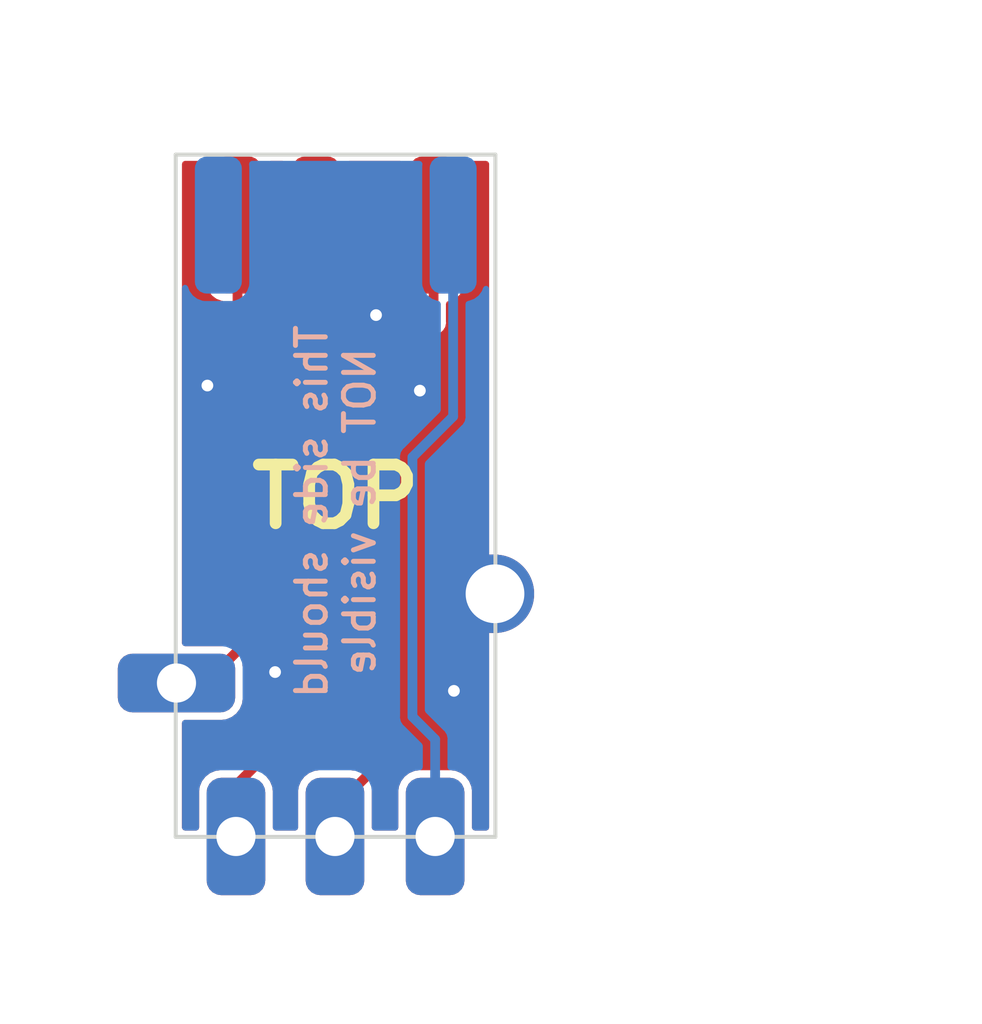
<source format=kicad_pcb>
(kicad_pcb (version 20211014) (generator pcbnew)
  (title_block (rev "1"))
  (layers (0 "F.Cu" signal "Front") (31 "B.Cu" signal "Back") (34 "B.Paste" user) (35 "F.Paste" user) (36 "B.SilkS" user "B.Silkscreen") (37 "F.SilkS" user "F.Silkscreen") (38 "B.Mask" user) (39 "F.Mask" user) (44 "Edge.Cuts" user))
  (net 0 "")
  (net 1 "/Audio_R")
  (net 2 "/Audio_L")
  (net 3 "/Red")
  (net 4 "/Green")
  (net 5 "/GND")
  (footprint "9DIN2VGA:9DIN_Top_Pads" (layer "F.Cu") (at 148.21 96.61)
    (fp_text reference "DIN1" hide)
    (fp_text value "9DIN_Top")
    (pad "3" smd roundrect locked (at 3.02 -6.92) (size 1.2 3.5) (layers "B.Cu" "B.Paste" "B.Mask") (net 4 "/Green"))
    (pad "6" smd roundrect locked (at -2.98 -6.92) (size 1.2 3.5) (layers "B.Cu" "B.Paste" "B.Mask"))
    (pad "7" smd roundrect locked (at 2.52 -6.92) (size 1.2 3.5) (layers "F.Cu" "F.Paste" "F.Mask") (net 3 "/Red"))
    (pad "8" smd roundrect locked (at -0.48 -6.92) (size 1.2 3.5) (layers "F.Cu" "F.Paste" "F.Mask") (net 2 "/Audio_L"))
    (pad "9" smd roundrect locked (at -2.49 -6.92) (size 1.2 3.5) (layers "F.Cu" "F.Paste" "F.Mask") (net 1 "/Audio_R"))
    (pad "10" thru_hole circle locked (at 1.05 -4.62) (size 0.7 0.7) (drill 0.3) (layers *.Cu) (net 5 "/GND"))
  )
  (footprint "9DIN2VGA:9DIN_Top_Landing_Pads" (layer "F.Cu") (at 148.21 96.61)
    (fp_text reference "LD1" hide)
    (fp_text value "9DIN_Top_Landing")
    (pad "3" thru_hole roundrect (at 2.56 8.7) (size 1.5 3) (drill 1) (layers *.Cu *.Mask) (net 4 "/Green"))
    (pad "7" thru_hole roundrect (at 0 8.7) (size 1.5 3) (drill 1) (layers *.Cu *.Mask) (net 3 "/Red"))
    (pad "8" thru_hole roundrect (at -2.53 8.7) (size 1.5 3) (drill 1) (layers *.Cu *.Mask) (net 2 "/Audio_L"))
    (pad "9" thru_hole roundrect (at -4.05 4.78 90) (size 1.5 3) (drill 1) (layers *.Cu *.Mask) (net 1 "/Audio_R"))
    (pad "10" thru_hole roundrect (at 4.12 2.5) (size 2 2) (drill 0.3 (offset -0.5 0)) (layers *.Cu *.Mask) (net 5 "/GND"))
    (pad "10" thru_hole circle (at 4.09 2.5) (size 2 2) (drill 1.5) (layers *.Cu *.Mask) (net 5 "/GND"))
  )
  (gr_line (start 152.31 87.89) (end 144.14 87.89) (layer "Edge.Cuts") (width 0.1))
  (gr_line (start 144.14 105.32) (end 152.31 105.32) (layer "Edge.Cuts") (width 0.1))
  (gr_line (start 152.31 105.32) (end 152.31 87.89) (layer "Edge.Cuts") (width 0.1))
  (gr_line (start 144.14 87.89) (end 144.14 105.32) (layer "Edge.Cuts") (width 0.1))
  (gr_text "This side should\nNOT be visible" (at 148.23 97.01 90) (layer "B.SilkS") (effects (font (size 0.762 0.762) (thickness 0.127)) (justify mirror)))
  (gr_text "TOP" (at 148.23 96.63) (layer "F.SilkS") (effects (font (size 1.5 1.5) (thickness 0.3))))
  (segment (start 145.72 89.44) (end 145.72 100.33) (width 0.25) (layer "F.Cu") (net 1))
  (segment (start 145.72 100.57) (end 144.92 101.37) (width 0.25) (layer "F.Cu") (net 1))
  (segment (start 145.72 100.33) (end 145.72 100.57) (width 0.25) (layer "F.Cu") (net 1))
  (segment (start 147.73 89.44) (end 147.71 89.46) (width 0.25) (layer "F.Cu") (net 2))
  (segment (start 147.71 101.97) (end 145.67 104.01) (width 0.25) (layer "F.Cu") (net 2))
  (segment (start 147.71 101.97) (end 147.69 101.97) (width 0.25) (layer "F.Cu") (net 2))
  (segment (start 147.71 89.46) (end 147.71 101.97) (width 0.25) (layer "F.Cu") (net 2))
  (segment (start 149.07 93.83) (end 149.07 103.72) (width 0.25) (layer "F.Cu") (net 3))
  (segment (start 150.73 92.17) (end 149.07 93.83) (width 0.25) (layer "F.Cu") (net 3))
  (segment (start 150.73 89.44) (end 150.73 92.17) (width 0.25) (layer "F.Cu") (net 3))
  (segment (start 149.07 103.72) (end 148.23 104.56) (width 0.25) (layer "F.Cu") (net 3))
  (segment (start 150.19 102.25) (end 150.77 102.83) (width 0.25) (layer "B.Cu") (net 4))
  (segment (start 151.23 89.44) (end 151.23 94.58) (width 0.25) (layer "B.Cu") (net 4))
  (segment (start 150.19 95.62) (end 150.19 102.25) (width 0.25) (layer "B.Cu") (net 4))
  (segment (start 150.77 102.83) (end 150.77 104.95499) (width 0.25) (layer "B.Cu") (net 4))
  (segment (start 151.23 94.58) (end 150.19 95.62) (width 0.25) (layer "B.Cu") (net 4))
  (via (at 150.38 93.92) (size 0.7) (drill 0.3) (layers "F.Cu" "B.Cu") (net 5))
  (via (at 146.68 101.11) (size 0.7) (drill 0.3) (layers "F.Cu" "B.Cu") (net 5))
  (via (at 144.95 93.79) (size 0.7) (drill 0.3) (layers "F.Cu" "B.Cu") (net 5))
  (via (at 151.25 101.59) (size 0.7) (drill 0.3) (layers "F.Cu" "B.Cu") (net 5))
  (segment (start 149.25 92.06) (end 149.25 91.94) (width 0.25) (layer "B.Cu") (net 5))
  (zone (net 5) (net_name "/GND") (layer "F.Cu") (connect_pads yes (clearance 0.16)) (min_thickness 0.16) (fill yes (thermal_gap 0.25) (thermal_bridge_width 0.5))
    (polygon (pts (xy 154.65 108.01) (xy 139.65 108.01) (xy 139.65 83.94) (xy 154.65 83.94)))
  )
  (zone (net 5) (net_name "/GND") (layer "B.Cu") (connect_pads yes (clearance 0.16)) (min_thickness 0.16) (fill yes (thermal_gap 0.25) (thermal_bridge_width 0.5))
    (polygon (pts (xy 156.65 110.11) (xy 142.07 110.11) (xy 142.07 86.08) (xy 156.65 86.08)))
  )
)
</source>
